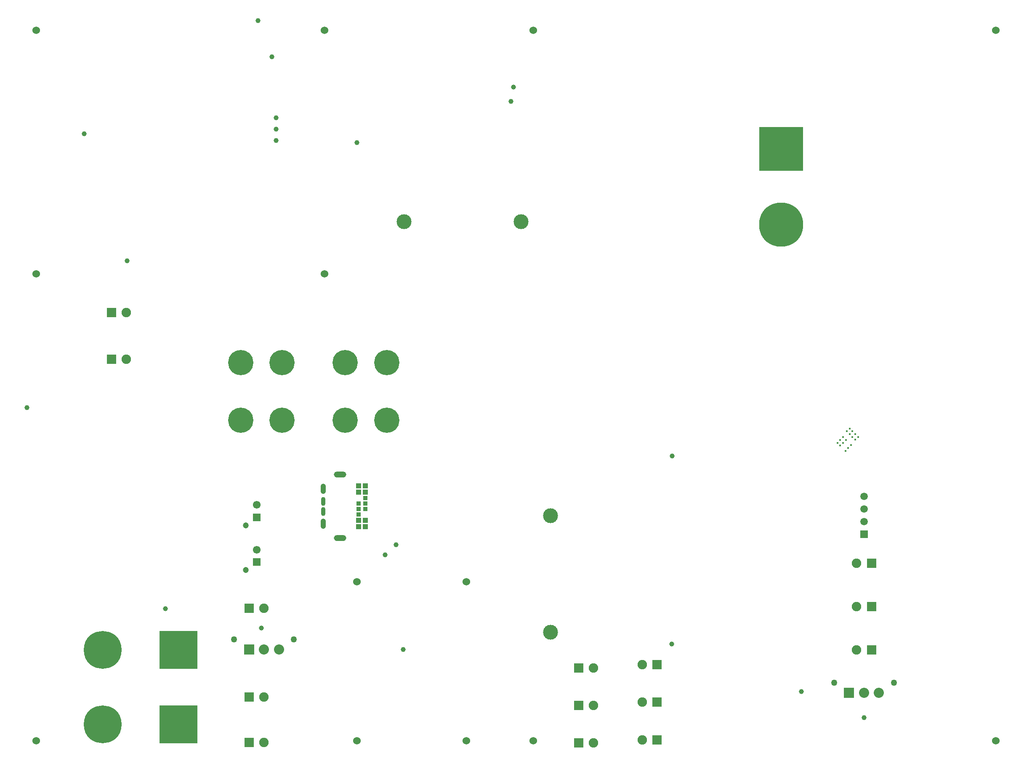
<source format=gbr>
G04*
G04 #@! TF.GenerationSoftware,Altium Limited,Altium Designer,22.4.2 (48)*
G04*
G04 Layer_Color=255*
%FSLAX25Y25*%
%MOIN*%
G70*
G04*
G04 #@! TF.SameCoordinates,43EAD1C5-17A3-47DC-85D2-FB09855483F6*
G04*
G04*
G04 #@! TF.FilePolarity,Positive*
G04*
G01*
G75*
%ADD191C,0.04724*%
%ADD192C,0.06102*%
%ADD193R,0.06102X0.06102*%
%ADD202C,0.03937*%
%ADD203C,0.11811*%
%ADD204C,0.01673*%
%ADD205R,0.30000X0.30000*%
%ADD206C,0.30000*%
%ADD207C,0.07500*%
%ADD208R,0.07500X0.07500*%
%ADD209C,0.35000*%
%ADD210R,0.35000X0.35000*%
%ADD211C,0.20000*%
%ADD212C,0.06000*%
%ADD213O,0.04134X0.08268*%
%ADD214R,0.03937X0.03937*%
%ADD215R,0.03347X0.03347*%
%ADD216O,0.03543X0.07087*%
%ADD217O,0.09843X0.04921*%
%ADD218C,0.05000*%
%ADD219C,0.08000*%
%ADD220R,0.08000X0.08000*%
%ADD221R,0.05906X0.05906*%
%ADD222C,0.05906*%
D191*
X181496Y149213D02*
D03*
Y184646D02*
D03*
D192*
X190157Y165354D02*
D03*
Y200787D02*
D03*
D193*
Y155512D02*
D03*
Y190945D02*
D03*
D202*
X269685Y487795D02*
D03*
X205512Y489370D02*
D03*
Y507480D02*
D03*
Y498425D02*
D03*
X191339Y584646D02*
D03*
X202362Y555905D02*
D03*
X391732Y520472D02*
D03*
X393701Y531890D02*
D03*
X8268Y277953D02*
D03*
X118110Y118504D02*
D03*
X671260Y32283D02*
D03*
X300787Y169291D02*
D03*
X194095Y103150D02*
D03*
X292126Y161024D02*
D03*
X519291Y239370D02*
D03*
X518898Y90551D02*
D03*
X87795Y394094D02*
D03*
X53543Y494882D02*
D03*
X621654Y52756D02*
D03*
X306299Y86221D02*
D03*
D203*
X307087Y425197D02*
D03*
X399606D02*
D03*
X422835Y192323D02*
D03*
Y99803D02*
D03*
D204*
X656594Y243576D02*
D03*
X658821Y245803D02*
D03*
X661048Y248030D02*
D03*
X652418Y247752D02*
D03*
X650191Y249979D02*
D03*
X654645Y249979D02*
D03*
X652418Y252206D02*
D03*
X656872D02*
D03*
X654645Y254433D02*
D03*
X664291Y252387D02*
D03*
X662064Y254614D02*
D03*
X659837Y256841D02*
D03*
X657610Y259068D02*
D03*
X666518Y254614D02*
D03*
X664291Y256841D02*
D03*
X662064Y259068D02*
D03*
X659837Y261295D02*
D03*
D205*
X128425Y26772D02*
D03*
Y85827D02*
D03*
D206*
X68425Y26772D02*
D03*
Y85827D02*
D03*
D207*
X495680Y74154D02*
D03*
Y44360D02*
D03*
X457076Y41860D02*
D03*
X87006Y353150D02*
D03*
X195963Y12598D02*
D03*
Y48504D02*
D03*
X457076Y71653D02*
D03*
X457076Y12067D02*
D03*
X665360Y120201D02*
D03*
Y154567D02*
D03*
Y85835D02*
D03*
X87006Y316142D02*
D03*
X495680Y14567D02*
D03*
X195963Y118898D02*
D03*
D208*
X507480Y74154D02*
D03*
Y44360D02*
D03*
X445276Y41860D02*
D03*
X75206Y353150D02*
D03*
X184163Y12598D02*
D03*
Y48504D02*
D03*
X445276Y71653D02*
D03*
X445276Y12067D02*
D03*
X677160Y120201D02*
D03*
Y154567D02*
D03*
Y85835D02*
D03*
X75206Y316142D02*
D03*
X507480Y14567D02*
D03*
X184163Y118898D02*
D03*
D209*
X605512Y422756D02*
D03*
D210*
Y482756D02*
D03*
D211*
X293233Y267717D02*
D03*
X260433D02*
D03*
X177633D02*
D03*
X210433D02*
D03*
Y313386D02*
D03*
X177633D02*
D03*
X260433D02*
D03*
X293233D02*
D03*
D212*
X269685Y139764D02*
D03*
Y13780D02*
D03*
X356299D02*
D03*
Y139764D02*
D03*
X409449Y576772D02*
D03*
X775591D02*
D03*
X15748D02*
D03*
Y383858D02*
D03*
Y13780D02*
D03*
X775591D02*
D03*
X409449D02*
D03*
X244094Y383858D02*
D03*
Y576772D02*
D03*
D213*
X242992Y213386D02*
D03*
Y185827D02*
D03*
D214*
X270866Y215748D02*
D03*
Y210827D02*
D03*
X276378Y215748D02*
D03*
Y210827D02*
D03*
Y188386D02*
D03*
Y183465D02*
D03*
X270866Y188386D02*
D03*
Y183465D02*
D03*
D215*
X276378Y206102D02*
D03*
Y201772D02*
D03*
Y197441D02*
D03*
X270866Y201772D02*
D03*
Y197441D02*
D03*
Y193110D02*
D03*
D216*
X242992Y203543D02*
D03*
X242992Y195669D02*
D03*
D217*
X256299Y224803D02*
D03*
Y174409D02*
D03*
D218*
X694882Y59842D02*
D03*
X647638D02*
D03*
X219685Y94095D02*
D03*
X172441D02*
D03*
D219*
X683071Y51968D02*
D03*
X671260D02*
D03*
X207874Y86221D02*
D03*
X196063D02*
D03*
D220*
X659449Y51968D02*
D03*
X184252Y86221D02*
D03*
D221*
X671260Y177402D02*
D03*
D222*
Y187402D02*
D03*
Y197402D02*
D03*
Y207402D02*
D03*
M02*

</source>
